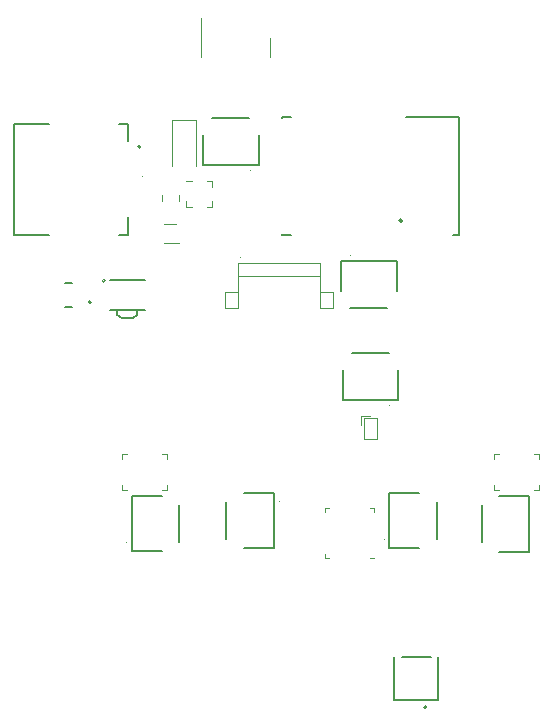
<source format=gto>
G04 #@! TF.GenerationSoftware,KiCad,Pcbnew,(5.1.4-0-10_14)*
G04 #@! TF.CreationDate,2020-04-27T00:49:30-05:00*
G04 #@! TF.ProjectId,Lifedatalink_v1_revA,4c696665-6461-4746-916c-696e6b5f7631,rev?*
G04 #@! TF.SameCoordinates,Original*
G04 #@! TF.FileFunction,Legend,Top*
G04 #@! TF.FilePolarity,Positive*
%FSLAX46Y46*%
G04 Gerber Fmt 4.6, Leading zero omitted, Abs format (unit mm)*
G04 Created by KiCad (PCBNEW (5.1.4-0-10_14)) date 2020-04-27 00:49:30*
%MOMM*%
%LPD*%
G04 APERTURE LIST*
%ADD10C,0.100000*%
%ADD11C,0.127000*%
%ADD12C,0.120000*%
%ADD13C,0.200000*%
G04 APERTURE END LIST*
D10*
X106152640Y-109470060D02*
X106552640Y-109470060D01*
X106152640Y-109870060D02*
X106152640Y-109470060D01*
X106152640Y-112470060D02*
X106552640Y-112470060D01*
X106152640Y-112070060D02*
X106152640Y-112470060D01*
X109952640Y-109470060D02*
X109952640Y-109870060D01*
X109552640Y-109470060D02*
X109952640Y-109470060D01*
X109952640Y-112470060D02*
X109952640Y-112070060D01*
X109552640Y-112470060D02*
X109952640Y-112470060D01*
X109638140Y-113751560D02*
G75*
G03X109638140Y-113751560I-50000J0D01*
G01*
D11*
X105138140Y-113781560D02*
X105138140Y-116921560D01*
X109138140Y-113001560D02*
X106608140Y-113001560D01*
X109138140Y-117701560D02*
X106608140Y-117701560D01*
X109138140Y-113001560D02*
X109138140Y-117701560D01*
D10*
X75061440Y-116936320D02*
G75*
G03X75061440Y-116936320I-50000J0D01*
G01*
D11*
X79461440Y-116906320D02*
X79461440Y-113766320D01*
X75461440Y-117686320D02*
X77991440Y-117686320D01*
X75461440Y-112986320D02*
X77991440Y-112986320D01*
X75461440Y-117686320D02*
X75461440Y-112986320D01*
X74657800Y-97911200D02*
X74257800Y-97661200D01*
X75557800Y-97911200D02*
X75957800Y-97661200D01*
X75957800Y-97211200D02*
X75957800Y-97661200D01*
X74257800Y-97211200D02*
X74257800Y-97661200D01*
X75557800Y-97911200D02*
X74657800Y-97911200D01*
D10*
X73157800Y-94761200D02*
G75*
G03X73157800Y-94761200I-50000J0D01*
G01*
D11*
X75957800Y-97211200D02*
X76607800Y-97211200D01*
X74257800Y-97211200D02*
X75957800Y-97211200D01*
X73607800Y-97211200D02*
X74257800Y-97211200D01*
X76607800Y-94711200D02*
X73607800Y-94711200D01*
D12*
X73256461Y-94761200D02*
G75*
G03X73256461Y-94761200I-148661J0D01*
G01*
X79450000Y-88015578D02*
X79450000Y-87498422D01*
X78030000Y-88015578D02*
X78030000Y-87498422D01*
X80883000Y-81189000D02*
X80883000Y-85089000D01*
X78883000Y-81189000D02*
X78883000Y-85089000D01*
X80883000Y-81189000D02*
X78883000Y-81189000D01*
D10*
X76388200Y-85936200D02*
G75*
G03X76388200Y-85936200I-50000J0D01*
G01*
X78446940Y-112454820D02*
X78046940Y-112454820D01*
X78446940Y-112054820D02*
X78446940Y-112454820D01*
X78446940Y-109454820D02*
X78046940Y-109454820D01*
X78446940Y-109854820D02*
X78446940Y-109454820D01*
X74646940Y-112454820D02*
X74646940Y-112054820D01*
X75046940Y-112454820D02*
X74646940Y-112454820D01*
X74646940Y-109454820D02*
X74646940Y-109854820D01*
X75046940Y-109454820D02*
X74646940Y-109454820D01*
X87977020Y-113472160D02*
G75*
G03X87977020Y-113472160I-50000J0D01*
G01*
D11*
X83477020Y-113502160D02*
X83477020Y-116642160D01*
X87477020Y-112722160D02*
X84947020Y-112722160D01*
X87477020Y-117422160D02*
X84947020Y-117422160D01*
X87477020Y-112722160D02*
X87477020Y-117422160D01*
D10*
X96874960Y-116672160D02*
G75*
G03X96874960Y-116672160I-50000J0D01*
G01*
D11*
X101274960Y-116642160D02*
X101274960Y-113502160D01*
X97274960Y-117422160D02*
X99804960Y-117422160D01*
X97274960Y-112722160D02*
X99804960Y-112722160D01*
X97274960Y-117422160D02*
X97274960Y-112722160D01*
X88181800Y-90928200D02*
X88981800Y-90928200D01*
X88181800Y-90828200D02*
X88181800Y-90928200D01*
X88181800Y-80928200D02*
X88981800Y-80928200D01*
X88181800Y-81028200D02*
X88181800Y-80928200D01*
X103181800Y-90928200D02*
X102681800Y-90928200D01*
X103181800Y-80928200D02*
X103181800Y-90928200D01*
X98681800Y-80928200D02*
X103181800Y-80928200D01*
D13*
X98399912Y-89688200D02*
G75*
G03X98399912Y-89688200I-158112J0D01*
G01*
X72027756Y-96591200D02*
G75*
G03X72027756Y-96591200I-102956J0D01*
G01*
D11*
X70454800Y-94961200D02*
X69854800Y-94961200D01*
X70454800Y-96961200D02*
X69854800Y-96961200D01*
D12*
X91434800Y-95712200D02*
X91434800Y-93272200D01*
X84434800Y-95712200D02*
X84434800Y-93272200D01*
X92484800Y-95712200D02*
X91434800Y-95712200D01*
X83384800Y-95712200D02*
X84434800Y-95712200D01*
X92484800Y-97072200D02*
X92484800Y-95712200D01*
X83384800Y-97072200D02*
X83384800Y-95712200D01*
X91434800Y-97072200D02*
X92484800Y-97072200D01*
X84434800Y-97072200D02*
X83384800Y-97072200D01*
X91434800Y-94332200D02*
X91434800Y-97072200D01*
X84434800Y-94332200D02*
X84434800Y-97072200D01*
X84434800Y-94332200D02*
X91434800Y-94332200D01*
X84434800Y-93272200D02*
X91434800Y-93272200D01*
X84733110Y-92792200D02*
G75*
G03X84733110Y-92792200I-58310J0D01*
G01*
X78240000Y-91605000D02*
X79440000Y-91605000D01*
X78240000Y-90005000D02*
X79240000Y-90005000D01*
X80103800Y-86352200D02*
X80103800Y-86352200D01*
X80603800Y-86352200D02*
X80103800Y-86352200D01*
X80103800Y-88052200D02*
X80103800Y-88052200D01*
X80103800Y-88552200D02*
X80103800Y-88052200D01*
X80603800Y-88552200D02*
X80103800Y-88552200D01*
X81803800Y-88552200D02*
X81803800Y-88552200D01*
X82303800Y-88552200D02*
X81803800Y-88552200D01*
X82303800Y-88052200D02*
X82303800Y-88552200D01*
X82303800Y-86852200D02*
X82303800Y-86852200D01*
X82303800Y-86352200D02*
X82303800Y-86852200D01*
X81803800Y-86352200D02*
X82303800Y-86352200D01*
D13*
X100418000Y-130893000D02*
G75*
G03X100418000Y-130893000I-100000J0D01*
G01*
D11*
X100768000Y-126668000D02*
X98368000Y-126668000D01*
X97718000Y-130268000D02*
X97718000Y-126668000D01*
X101418000Y-130268000D02*
X97718000Y-130268000D01*
X101418000Y-126668000D02*
X101418000Y-130268000D01*
X75145800Y-81487200D02*
X74415800Y-81487200D01*
X65495800Y-81487200D02*
X65495800Y-90877200D01*
X65495800Y-90877200D02*
X68475800Y-90877200D01*
X75145800Y-82962200D02*
X75145800Y-81487200D01*
X65495800Y-81487200D02*
X68475800Y-81487200D01*
X75145800Y-90877200D02*
X75145800Y-89402200D01*
X75145800Y-90877200D02*
X74415800Y-90877200D01*
D13*
X76195800Y-83432200D02*
G75*
G03X76195800Y-83432200I-100000J0D01*
G01*
D10*
X85520800Y-85430200D02*
G75*
G03X85520800Y-85430200I-50000J0D01*
G01*
D11*
X85440800Y-80980200D02*
X82300800Y-80980200D01*
X86220800Y-84980200D02*
X86220800Y-82450200D01*
X81520800Y-84980200D02*
X81520800Y-82450200D01*
X86220800Y-84980200D02*
X81520800Y-84980200D01*
D10*
X94004800Y-92649200D02*
G75*
G03X94004800Y-92649200I-50000J0D01*
G01*
D11*
X93984800Y-97099200D02*
X97124800Y-97099200D01*
X93204800Y-93099200D02*
X93204800Y-95629200D01*
X97904800Y-93099200D02*
X97904800Y-95629200D01*
X93204800Y-93099200D02*
X97904800Y-93099200D01*
D10*
X97344680Y-105313840D02*
G75*
G03X97344680Y-105313840I-50000J0D01*
G01*
D11*
X97264680Y-100863840D02*
X94124680Y-100863840D01*
X98044680Y-104863840D02*
X98044680Y-102333840D01*
X93344680Y-104863840D02*
X93344680Y-102333840D01*
X98044680Y-104863840D02*
X93344680Y-104863840D01*
D12*
X81341640Y-75861020D02*
X81341640Y-72551020D01*
X87161640Y-74201020D02*
X87161640Y-75841020D01*
X94911480Y-106204040D02*
X94911480Y-106954040D01*
X95661480Y-106204040D02*
X94911480Y-106204040D01*
X95111480Y-108154040D02*
X96211480Y-108154040D01*
X96211480Y-106404040D02*
X96211480Y-108154040D01*
X96211480Y-106404040D02*
X95111480Y-106404040D01*
X95111480Y-106404040D02*
X95111480Y-108154040D01*
X95673960Y-118241340D02*
X96023960Y-118241340D01*
X91803960Y-114021340D02*
X91803960Y-114371340D01*
X92153960Y-114021340D02*
X91803960Y-114021340D01*
X96023960Y-114021340D02*
X96023960Y-114371340D01*
X95673960Y-114021340D02*
X96023960Y-114021340D01*
X91803960Y-118241340D02*
X91803960Y-117891340D01*
X92153960Y-118241340D02*
X91803960Y-118241340D01*
M02*

</source>
